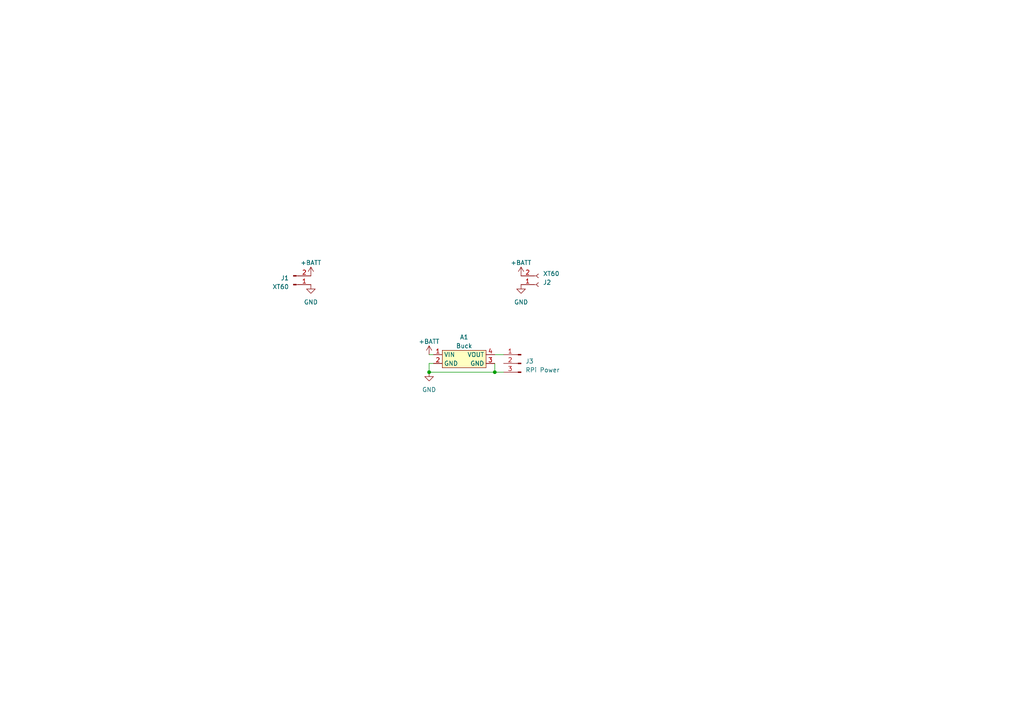
<source format=kicad_sch>
(kicad_sch (version 20230121) (generator eeschema)
  (paper "A4")
  (lib_symbols
    (symbol "Connector:Conn_01x02_Pin" (pin_names (offset 1.016) hide)
      (property "Reference" "J" (at 0 2.54 0))
      (property "Value" "Conn_01x02_Pin" (at 0 -5.08 0))
      (symbol "Conn_01x02_Pin_1_1"
        (polyline (pts (xy 1.27 -2.54) (xy 0.8636 -2.54)) (stroke (width 0.1524)))
        (polyline (pts (xy 1.27 0) (xy 0.8636 0)) (stroke (width 0.1524)))
        (rectangle (start 0.8636 -2.413) (end 0 -2.667) (stroke (width 0.1524)) (fill (type outline)))
        (rectangle (start 0.8636 0.127) (end 0 -0.127) (stroke (width 0.1524)) (fill (type outline)))
        (pin passive line (at 5.08 0 180) (length 3.81) (name "Pin_1") (number "1"))
        (pin passive line (at 5.08 -2.54 180) (length 3.81) (name "Pin_2") (number "2"))
      )
    )
    (symbol "Connector:Conn_01x02_Socket" (pin_names (offset 1.016) hide)
      (property "Reference" "J" (at 0 2.54 0))
      (property "Value" "Conn_01x02_Socket" (at 0 -5.08 0))
      (symbol "Conn_01x02_Socket_1_1"
        (arc (start 0 -2.032) (mid -0.5058 -2.54) (end 0 -3.048) (stroke (width 0.1524)))
        (polyline (pts (xy -1.27 -2.54) (xy -0.508 -2.54)) (stroke (width 0.1524)))
        (polyline (pts (xy -1.27 0) (xy -0.508 0)) (stroke (width 0.1524)))
        (arc (start 0 0.508) (mid -0.5058 0) (end 0 -0.508) (stroke (width 0.1524)))
        (pin passive line (at -5.08 0 0) (length 3.81) (name "Pin_1") (number "1"))
        (pin passive line (at -5.08 -2.54 0) (length 3.81) (name "Pin_2") (number "2"))
      )
    )
    (symbol "Connector:Conn_01x03_Pin" (pin_names (offset 1.016) hide)
      (property "Reference" "J" (at 0 5.08 0))
      (property "Value" "Conn_01x03_Pin" (at 0 -5.08 0))
      (symbol "Conn_01x03_Pin_1_1"
        (polyline (pts (xy 1.27 -2.54) (xy 0.8636 -2.54)) (stroke (width 0.1524)))
        (polyline (pts (xy 1.27 0) (xy 0.8636 0)) (stroke (width 0.1524)))
        (polyline (pts (xy 1.27 2.54) (xy 0.8636 2.54)) (stroke (width 0.1524)))
        (rectangle (start 0.8636 -2.413) (end 0 -2.667) (stroke (width 0.1524)) (fill (type outline)))
        (rectangle (start 0.8636 0.127) (end 0 -0.127) (stroke (width 0.1524)) (fill (type outline)))
        (rectangle (start 0.8636 2.667) (end 0 2.413) (stroke (width 0.1524)) (fill (type outline)))
        (pin passive line (at 5.08 2.54 180) (length 3.81) (name "Pin_1") (number "1"))
        (pin passive line (at 5.08 0 180) (length 3.81) (name "Pin_2") (number "2"))
        (pin passive line (at 5.08 -2.54 180) (length 3.81) (name "Pin_3") (number "3"))
      )
    )
    (symbol "left-side:Buck"
      (property "Reference" "A" (at 0 1.27 0))
      (property "Value" "Buck" (at 0 3.81 0))
      (symbol "Buck_0_1"
        (rectangle (start -6.35 0) (end 6.35 -5.08) (fill (type background)))
      )
      (symbol "Buck_1_1"
        (pin input line (at -8.89 -1.27 0) (length 2.54) (name "VIN") (number "1"))
        (pin input line (at -8.89 -3.81 0) (length 2.54) (name "GND") (number "2"))
        (pin input line (at 8.89 -3.81 180) (length 2.54) (name "GND") (number "3"))
        (pin input line (at 8.89 -1.27 180) (length 2.54) (name "VOUT") (number "4"))
      )
    )
    (symbol "power:+BATT" (power) (pin_names (offset 0))
      (property "Value" "+BATT" (at 0 3.556 0))
      (symbol "+BATT_0_1"
        (polyline (pts (xy -0.762 1.27) (xy 0 2.54)))
        (polyline (pts (xy 0 0) (xy 0 2.54)))
        (polyline (pts (xy 0 2.54) (xy 0.762 1.27)))
      )
      (symbol "+BATT_1_1"
        (pin power_in line (at 0 0 90) (length 0) hide (name "+BATT") (number "1"))
      )
    )
    (symbol "power:GND" (power) (pin_names (offset 0))
      (property "Value" "GND" (at 0 -3.81 0))
      (symbol "GND_0_1"
        (polyline (pts (xy 0 0) (xy 0 -1.27) (xy 1.27 -1.27) (xy 0 -2.54) (xy -1.27 -1.27) (xy 0 -1.27)))
      )
      (symbol "GND_1_1"
        (pin power_in line (at 0 0 270) (length 0) hide (name "GND") (number "1"))
      )
    )
  )
  (junction (at 143.51 107.95))
  (junction (at 124.46 107.95))
  (wire (pts (xy 124.46 102.87) (xy 125.73 102.87)))
  (wire (pts (xy 143.51 105.41) (xy 143.51 107.95)))
  (wire (pts (xy 124.46 105.41) (xy 125.73 105.41)))
  (wire (pts (xy 124.46 107.95) (xy 143.51 107.95)))
  (wire (pts (xy 124.46 105.41) (xy 124.46 107.95)))
  (wire (pts (xy 143.51 102.87) (xy 146.05 102.87)))
  (wire (pts (xy 143.51 107.95) (xy 146.05 107.95)))
  (symbol (lib_id "Connector:Conn_01x02_Socket") (at 156.21 82.55 0) (mirror x) (unit 1)
    (property "Reference" "J2" (at 157.48 81.915 0) (effects (justify left)))
    (property "Value" "XT60" (at 157.48 79.375 0) (effects (justify left)))
    (property "Footprint" "Connector_AMASS:AMASS_XT60-F_1x02_P7.20mm_Vertical" (effects hide))
  )
  (symbol (lib_id "power:+BATT") (at 124.46 102.87 0) (unit 1)
    (property "Reference" "#PWR06" (effects hide))
    (property "Value" "+BATT" (at 124.46 99.06 0))
  )
  (symbol (lib_id "Connector:Conn_01x03_Pin") (at 151.13 105.41 0) (mirror y) (unit 1)
    (property "Reference" "J3" (at 152.4 104.775 0) (effects (justify right)))
    (property "Value" "RPi Power" (at 152.4 107.315 0) (effects (justify right)))
    (property "Footprint" "Connector_PinHeader_2.54mm:PinHeader_1x03_P2.54mm_Vertical" (effects hide))
  )
  (symbol (lib_id "left-side:Buck") (at 134.62 101.6 0) (unit 1)
    (property "Reference" "A1" (at 134.62 97.79 0))
    (property "Value" "Buck" (at 134.62 100.33 0))
    (property "Footprint" "left-side:Buck" (effects hide))
  )
  (symbol (lib_id "power:GND") (at 90.17 82.55 0) (unit 1)
    (property "Reference" "#PWR01" (effects hide))
    (property "Value" "GND" (at 90.17 87.63 0))
  )
  (symbol (lib_id "Connector:Conn_01x02_Pin") (at 85.09 82.55 0) (mirror x) (unit 1)
    (property "Reference" "J1" (at 83.82 80.645 0) (effects (justify right)))
    (property "Value" "XT60" (at 83.82 83.185 0) (effects (justify right)))
    (property "Footprint" "Connector_AMASS:AMASS_XT60-M_1x02_P7.20mm_Vertical" (effects hide))
  )
  (symbol (lib_id "power:GND") (at 124.46 107.95 0) (unit 1)
    (property "Reference" "#PWR05" (effects hide))
    (property "Value" "GND" (at 124.46 113.03 0))
  )
  (symbol (lib_id "power:+BATT") (at 90.17 80.01 0) (unit 1)
    (property "Reference" "#PWR02" (effects hide))
    (property "Value" "+BATT" (at 90.17 76.2 0))
  )
  (symbol (lib_id "power:+BATT") (at 151.13 80.01 0) (unit 1)
    (property "Reference" "#PWR04" (effects hide))
    (property "Value" "+BATT" (at 151.13 76.2 0))
  )
  (symbol (lib_id "power:GND") (at 151.13 82.55 0) (unit 1)
    (property "Reference" "#PWR03" (effects hide))
    (property "Value" "GND" (at 151.13 87.63 0))
  )
)
</source>
